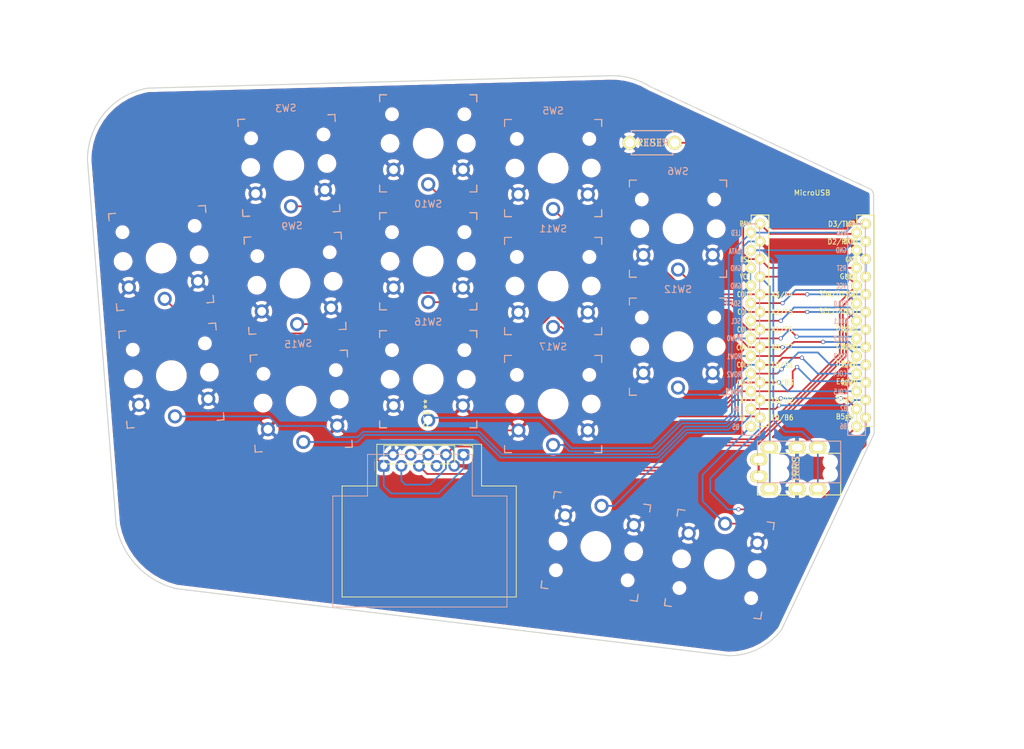
<source format=kicad_pcb>
(kicad_pcb (version 20171130) (host pcbnew 5.1.10)
  (title_block (title "Corne Light") (date 2018-12-26) (rev 2.1) (company foostan))
  (layers (0 F.Cu signal) (31 B.Cu signal) (34 B.Paste user hide) (35 F.Paste user) (36 B.SilkS user) (37 F.SilkS user) (38 B.Mask user) (39 F.Mask user) (44 Edge.Cuts user))
  (net 0 "")
  (net 1 row0)
  (net 2 row1)
  (net 3 row2)
  (net 4 row3)
  (net 5 "Net-(D20-Pad2)")
  (net 6 GND)
  (net 7 VCC)
  (net 8 col1)
  (net 9 col2)
  (net 10 col3)
  (net 11 col4)
  (net 12 col5)
  (net 13 LED)
  (net 14 data)
  (net 15 reset)
  (net 16 SCL)
  (net 17 SDA)
  (net 18 "Net-(U1-Pad14)")
  (net 19 "Net-(U1-Pad13)")
  (net 20 "Net-(U1-Pad12)")
  (net 21 "Net-(U1-Pad11)")
  (net 22 "Net-(J1-PadA)")
  (net 23 "Net-(U1-Pad24)")
  (module kbd:pimoroni_trackball_reversible (layer F.Cu) (at 85.09 69.85 270)
    (fp_text reference REF** (at -5.9 5.2 270) (layer F.SilkS))
    (fp_text value pimoroni_trackball hide)
    (pad 4 thru_hole oval (at 1.6 3.88 270) (size 1.7 1.7) (drill 1) (layers *.Cu *.Mask))
    (pad 5 thru_hole oval (at 1.6 1.34 270) (size 1.7 1.7) (drill 1) (layers *.Cu *.Mask) (net 6 GND))
    (pad 1 thru_hole roundrect (at 1.6 11.5 270) (size 1.7 1.7) (drill 1) (layers *.Cu *.Mask) (net 7 VCC))
    (pad 2 thru_hole oval (at 1.6 8.96 270) (size 1.7 1.7) (drill 1) (layers *.Cu *.Mask) (net 17 SDA))
    (pad 3 thru_hole oval (at 1.6 6.42 270) (size 1.7 1.7) (drill 1) (layers *.Cu *.Mask) (net 16 SCL))
    (pad 5 thru_hole oval (at 0 10.16 270) (size 1.7 1.7) (drill 1) (layers *.Cu *.Mask) (net 6 GND))
    (pad 4 thru_hole oval (at 0 7.62 270) (size 1.7 1.7) (drill 1) (layers *.Cu *.Mask))
    (pad 3 thru_hole oval (at 0 5.08 270) (size 1.7 1.7) (drill 1) (layers *.Cu *.Mask) (net 16 SCL))
    (pad 2 thru_hole oval (at 0 2.54 270) (size 1.7 1.7) (drill 1) (layers *.Cu *.Mask) (net 17 SDA))
    (pad 1 thru_hole roundrect (at 0 0 270) (size 1.7 1.7) (drill 1) (layers *.Cu *.Mask) (net 7 VCC))
  )
  (module kbd:ProMicro_v2 (layer F.Cu) (at 135.382 51.054)
    (fp_text reference U1 hide)
    (fp_text value ProMicro hide)
    (fp_text user MicroUSB (at -0.05 -18.95) (layer F.SilkS) (effects (font (size 0.75 0.75) (thickness 0.12))))
    (fp_text user B4/8 (at 4.705 10.8 unlocked) (layer F.SilkS) (effects (font (size 0.75 0.67) (thickness 0.125))))
    (fp_text user D2/RX1 (at 4.155 -11.9 unlocked) (layer F.SilkS) (effects (font (size 0.75 0.67) (thickness 0.125))))
    (fp_text user B5/9 (at 4.705 13.3 unlocked) (layer F.SilkS) (effects (font (size 0.75 0.67) (thickness 0.125))))
    (fp_text user C6/5 (at 4.705 3.15 unlocked) (layer F.SilkS) (effects (font (size 0.75 0.67) (thickness 0.125))))
    (fp_text user SCL/D0/3 (at 3.455 -1.9 unlocked) (layer F.SilkS) (effects (font (size 0.75 0.67) (thickness 0.125))))
    (fp_text user SDA/D1/2 (at 3.455 -4.4 unlocked) (layer F.SilkS) (effects (font (size 0.75 0.67) (thickness 0.125))))
    (fp_text user D4/4 (at 4.705 0.6 unlocked) (layer F.SilkS) (effects (font (size 0.75 0.67) (thickness 0.125))))
    (fp_text user D3/TX0 (at 4.155 -14.45 unlocked) (layer F.SilkS) (effects (font (size 0.75 0.67) (thickness 0.125))))
    (fp_text user D7/6 (at 4.705 5.7 unlocked) (layer F.SilkS) (effects (font (size 0.75 0.67) (thickness 0.125))))
    (fp_text user E6/7 (at 4.705 8.25 unlocked) (layer F.SilkS) (effects (font (size 0.75 0.67) (thickness 0.125))))
    (fp_text user 16/B2 (at -4.395 10.95 unlocked) (layer F.SilkS) (effects (font (size 0.75 0.67) (thickness 0.125))))
    (fp_text user 10/B6 (at -4.395 13.45 unlocked) (layer F.SilkS) (effects (font (size 0.75 0.67) (thickness 0.125))))
    (fp_text user 14/B3 (at -4.395 8.4 unlocked) (layer F.SilkS) (effects (font (size 0.75 0.67) (thickness 0.125))))
    (fp_text user 15/B1 (at -4.395 5.85 unlocked) (layer F.SilkS) (effects (font (size 0.75 0.67) (thickness 0.125))))
    (fp_text user A0/F7 (at -4.395 3.3 unlocked) (layer F.SilkS) (effects (font (size 0.75 0.67) (thickness 0.125))))
    (fp_text user A1/F6 (at -4.395 0.75 unlocked) (layer F.SilkS) (effects (font (size 0.75 0.67) (thickness 0.125))))
    (fp_text user A2/F5 (at -4.395 -1.75 unlocked) (layer F.SilkS) (effects (font (size 0.75 0.67) (thickness 0.125))))
    (fp_text user A3/F4 (at -4.395 -4.25 unlocked) (layer F.SilkS) (effects (font (size 0.75 0.67) (thickness 0.125))))
    (fp_text user "" (at -0.545 -17.4) (layer F.SilkS))
    (fp_text user "" (at -1.2065 -16.256) (layer B.SilkS) (effects (justify mirror)))
    (fp_text user RAW (at -9.7155 -14.478) (layer F.SilkS) (effects (font (size 0.75 0.5) (thickness 0.125))))
    (fp_text user LED (at 5.5 -14.478) (layer F.SilkS) (effects (font (size 0.75 0.5) (thickness 0.125))))
    (fp_text user GND (at 4.955 -6.9) (layer F.SilkS) (effects (font (size 0.75 0.67) (thickness 0.125))))
    (fp_text user DATA (at 5.35 -11.95) (layer F.SilkS) (effects (font (size 0.75 0.5) (thickness 0.125))))
    (fp_text user RST (at -9.7155 -9.3345) (layer F.SilkS) (effects (font (size 0.75 0.5) (thickness 0.125))))
    (fp_text user GND (at 5.5245 -9.3345) (layer F.SilkS) (effects (font (size 0.75 0.5) (thickness 0.125))))
    (fp_text user VCC (at -9.7155 -6.858) (layer F.SilkS) (effects (font (size 0.75 0.5) (thickness 0.125))))
    (fp_text user GND (at 5.461 -6.7945) (layer F.SilkS) (effects (font (size 0.75 0.5) (thickness 0.125))))
    (fp_text user COL3 (at -10 3.35) (layer F.SilkS) (effects (font (size 0.75 0.5) (thickness 0.125))))
    (fp_text user ROW0 (at 5.2 0.8) (layer F.SilkS) (effects (font (size 0.75 0.5) (thickness 0.125))))
    (fp_text user COL2 (at -9.9 0.762) (layer F.SilkS) (effects (font (size 0.75 0.5) (thickness 0.125))))
    (fp_text user SCL (at 5.461 -1.778) (layer F.SilkS) (effects (font (size 0.75 0.5) (thickness 0.125))))
    (fp_text user COL1 (at -9.85 -1.778) (layer F.SilkS) (effects (font (size 0.75 0.5) (thickness 0.125))))
    (fp_text user SDA (at 5.461 -4.318) (layer F.SilkS) (effects (font (size 0.75 0.5) (thickness 0.125))))
    (fp_text user COL0 (at -9.9 -4.3) (layer F.SilkS) (effects (font (size 0.75 0.5) (thickness 0.125))))
    (fp_text user B6 (at -10.05 13.5) (layer F.SilkS) (effects (font (size 0.75 0.5) (thickness 0.125))))
    (fp_text user B5 (at 5.2 13.5255) (layer F.SilkS) (effects (font (size 0.75 0.5) (thickness 0.125))))
    (fp_text user B4 (at 5.2 10.922) (layer F.SilkS) (effects (font (size 0.75 0.5) (thickness 0.125))))
    (fp_text user B2 (at -9.95 10.95) (layer F.SilkS) (effects (font (size 0.75 0.5) (thickness 0.125))))
    (fp_text user ROW3 (at 5.2 8.4455) (layer F.SilkS) (effects (font (size 0.75 0.5) (thickness 0.125))))
    (fp_text user COL5 (at -9.95 8.4455) (layer F.SilkS) (effects (font (size 0.75 0.5) (thickness 0.125))))
    (fp_text user ROW2 (at 5.2 5.85) (layer F.SilkS) (effects (font (size 0.75 0.5) (thickness 0.125))))
    (fp_text user COL4 (at -9.95 5.85) (layer F.SilkS) (effects (font (size 0.75 0.5) (thickness 0.125))))
    (fp_text user ROW1 (at 5.25 3.302) (layer F.SilkS) (effects (font (size 0.75 0.5) (thickness 0.125))))
    (fp_text user ROW1 (at -11.3 4.6355) (layer B.SilkS) (effects (font (size 0.75 0.5) (thickness 0.125)) (justify mirror)))
    (fp_text user COL4 (at 3.95 7.112) (layer B.SilkS) (effects (font (size 0.75 0.5) (thickness 0.125)) (justify mirror)))
    (fp_text user ROW2 (at -11.3 7.239) (layer B.SilkS) (effects (font (size 0.75 0.5) (thickness 0.125)) (justify mirror)))
    (fp_text user COL5 (at 4 9.75) (layer B.SilkS) (effects (font (size 0.75 0.5) (thickness 0.125)) (justify mirror)))
    (fp_text user ROW3 (at -11.3 9.75) (layer B.SilkS) (effects (font (size 0.75 0.5) (thickness 0.125)) (justify mirror)))
    (fp_text user B2 (at 4.5085 12.1285) (layer B.SilkS) (effects (font (size 0.75 0.5) (thickness 0.125)) (justify mirror)))
    (fp_text user B4 (at -11.049 12.2555) (layer B.SilkS) (effects (font (size 0.75 0.5) (thickness 0.125)) (justify mirror)))
    (fp_text user B5 (at -11.049 14.7955) (layer B.SilkS) (effects (font (size 0.75 0.5) (thickness 0.125)) (justify mirror)))
    (fp_text user B6 (at 4.445 14.732) (layer B.SilkS) (effects (font (size 0.75 0.5) (thickness 0.125)) (justify mirror)))
    (fp_text user COL0 (at 4 -2.95) (layer B.SilkS) (effects (font (size 0.75 0.5) (thickness 0.125)) (justify mirror)))
    (fp_text user SDA (at -11.049 -2.9845) (layer B.SilkS) (effects (font (size 0.75 0.5) (thickness 0.125)) (justify mirror)))
    (fp_text user COL1 (at 4 -0.4445) (layer B.SilkS) (effects (font (size 0.75 0.5) (thickness 0.125)) (justify mirror)))
    (fp_text user SCL (at -11.049 -0.4445) (layer B.SilkS) (effects (font (size 0.75 0.5) (thickness 0.125)) (justify mirror)))
    (fp_text user COL2 (at 4 2.1) (layer B.SilkS) (effects (font (size 0.75 0.5) (thickness 0.125)) (justify mirror)))
    (fp_text user ROW0 (at -11.3 2.032) (layer B.SilkS) (effects (font (size 0.75 0.5) (thickness 0.125)) (justify mirror)))
    (fp_text user COL3 (at 4 4.6) (layer B.SilkS) (effects (font (size 0.75 0.5) (thickness 0.125)) (justify mirror)))
    (fp_text user GND (at -11.049 -5.5245) (layer B.SilkS) (effects (font (size 0.75 0.5) (thickness 0.125)) (justify mirror)))
    (fp_text user VCC (at 4.1275 -5.5245) (layer B.SilkS) (effects (font (size 0.75 0.5) (thickness 0.125)) (justify mirror)))
    (fp_text user GND (at -11.049 -8.0645) (layer B.SilkS) (effects (font (size 0.75 0.5) (thickness 0.125)) (justify mirror)))
    (fp_text user RST (at 4.191 -8.0645) (layer B.SilkS) (effects (font (size 0.75 0.5) (thickness 0.125)) (justify mirror)))
    (fp_text user DATA (at -11.2 -10.5) (layer B.SilkS) (effects (font (size 0.75 0.5) (thickness 0.125)) (justify mirror)))
    (fp_text user GND (at 4.1275 -10.668) (layer B.SilkS) (effects (font (size 0.75 0.5) (thickness 0.125)) (justify mirror)))
    (fp_text user LED (at -11.049 -13.1445) (layer B.SilkS) (effects (font (size 0.75 0.5) (thickness 0.125)) (justify mirror)))
    (fp_text user RAW (at 4.191 -13.1445) (layer B.SilkS) (effects (font (size 0.75 0.5) (thickness 0.125)) (justify mirror)))
    (pad 24 thru_hole circle (at 6.35 -13.208) (size 1.524 1.524) (drill 0.8128) (layers *.Cu *.Mask F.SilkS) (net 23 "Net-(U1-Pad24)"))
    (pad 23 thru_hole circle (at 6.35 -10.668) (size 1.524 1.524) (drill 0.8128) (layers *.Cu *.Mask F.SilkS) (net 6 GND))
    (pad 22 thru_hole circle (at 6.35 -8.128) (size 1.524 1.524) (drill 0.8128) (layers *.Cu *.Mask F.SilkS) (net 15 reset))
    (pad 21 thru_hole circle (at 6.35 -5.588) (size 1.524 1.524) (drill 0.8128) (layers *.Cu *.Mask F.SilkS) (net 7 VCC))
    (pad 20 thru_hole circle (at 6.35 -3.048) (size 1.524 1.524) (drill 0.8128) (layers *.Cu *.Mask F.SilkS) (net 5 "Net-(D20-Pad2)"))
    (pad 19 thru_hole circle (at 6.35 -0.508) (size 1.524 1.524) (drill 0.8128) (layers *.Cu *.Mask F.SilkS) (net 8 col1))
    (pad 18 thru_hole circle (at 6.35 2.032) (size 1.524 1.524) (drill 0.8128) (layers *.Cu *.Mask F.SilkS) (net 9 col2))
    (pad 17 thru_hole circle (at 6.35 4.572) (size 1.524 1.524) (drill 0.8128) (layers *.Cu *.Mask F.SilkS) (net 10 col3))
    (pad 16 thru_hole circle (at 6.35 7.112) (size 1.524 1.524) (drill 0.8128) (layers *.Cu *.Mask F.SilkS) (net 11 col4))
    (pad 15 thru_hole circle (at 6.35 9.652) (size 1.524 1.524) (drill 0.8128) (layers *.Cu *.Mask F.SilkS) (net 12 col5))
    (pad 14 thru_hole circle (at 6.35 12.192) (size 1.524 1.524) (drill 0.8128) (layers *.Cu *.Mask F.SilkS) (net 18 "Net-(U1-Pad14)"))
    (pad 13 thru_hole circle (at 6.35 14.732) (size 1.524 1.524) (drill 0.8128) (layers *.Cu *.Mask F.SilkS) (net 19 "Net-(U1-Pad13)"))
    (pad 12 thru_hole circle (at -8.89 14.732) (size 1.524 1.524) (drill 0.8128) (layers *.Cu *.Mask F.SilkS) (net 20 "Net-(U1-Pad12)"))
    (pad 11 thru_hole circle (at -8.89 12.192) (size 1.524 1.524) (drill 0.8128) (layers *.Cu *.Mask F.SilkS) (net 21 "Net-(U1-Pad11)"))
    (pad 10 thru_hole circle (at -8.89 9.652) (size 1.524 1.524) (drill 0.8128) (layers *.Cu *.Mask F.SilkS) (net 4 row3))
    (pad 9 thru_hole circle (at -8.89 7.112) (size 1.524 1.524) (drill 0.8128) (layers *.Cu *.Mask F.SilkS) (net 3 row2))
    (pad 8 thru_hole circle (at -8.89 4.572) (size 1.524 1.524) (drill 0.8128) (layers *.Cu *.Mask F.SilkS) (net 2 row1))
    (pad 7 thru_hole circle (at -8.89 2.032) (size 1.524 1.524) (drill 0.8128) (layers *.Cu *.Mask F.SilkS) (net 1 row0))
    (pad 6 thru_hole circle (at -8.89 -0.508) (size 1.524 1.524) (drill 0.8128) (layers *.Cu *.Mask F.SilkS) (net 16 SCL))
    (pad 5 thru_hole circle (at -8.89 -3.048) (size 1.524 1.524) (drill 0.8128) (layers *.Cu *.Mask F.SilkS) (net 17 SDA))
    (pad 4 thru_hole circle (at -8.89 -5.588) (size 1.524 1.524) (drill 0.8128) (layers *.Cu *.Mask F.SilkS) (net 6 GND))
    (pad 3 thru_hole circle (at -8.89 -8.128) (size 1.524 1.524) (drill 0.8128) (layers *.Cu *.Mask F.SilkS) (net 6 GND))
    (pad 2 thru_hole circle (at -8.89 -10.668) (size 1.524 1.524) (drill 0.8128) (layers *.Cu *.Mask F.SilkS) (net 14 data))
    (pad 1 thru_hole circle (at -8.89 -13.208) (size 1.524 1.524) (drill 0.8128) (layers *.Cu *.Mask F.SilkS) (net 13 LED))
    (pad 1 thru_hole circle (at 7.6564 -14.478) (size 1.524 1.524) (drill 0.8128) (layers *.Cu *.Mask F.SilkS) (net 13 LED))
    (pad 2 thru_hole circle (at 7.6564 -11.938) (size 1.524 1.524) (drill 0.8128) (layers *.Cu *.Mask F.SilkS) (net 14 data))
    (pad 3 thru_hole circle (at 7.6564 -9.398) (size 1.524 1.524) (drill 0.8128) (layers *.Cu *.Mask F.SilkS) (net 6 GND))
    (pad 4 thru_hole circle (at 7.6564 -6.858) (size 1.524 1.524) (drill 0.8128) (layers *.Cu *.Mask F.SilkS) (net 6 GND))
    (pad 5 thru_hole circle (at 7.6564 -4.318) (size 1.524 1.524) (drill 0.8128) (layers *.Cu *.Mask F.SilkS) (net 17 SDA))
    (pad 6 thru_hole circle (at 7.6564 -1.778) (size 1.524 1.524) (drill 0.8128) (layers *.Cu *.Mask F.SilkS) (net 16 SCL))
    (pad 7 thru_hole circle (at 7.6564 0.762) (size 1.524 1.524) (drill 0.8128) (layers *.Cu *.Mask F.SilkS) (net 1 row0))
    (pad 8 thru_hole circle (at 7.6564 3.302) (size 1.524 1.524) (drill 0.8128) (layers *.Cu *.Mask F.SilkS) (net 2 row1))
    (pad 9 thru_hole circle (at 7.6564 5.842) (size 1.524 1.524) (drill 0.8128) (layers *.Cu *.Mask F.SilkS) (net 3 row2))
    (pad 10 thru_hole circle (at 7.6564 8.382) (size 1.524 1.524) (drill 0.8128) (layers *.Cu *.Mask F.SilkS) (net 4 row3))
    (pad 11 thru_hole circle (at 7.6564 10.922) (size 1.524 1.524) (drill 0.8128) (layers *.Cu *.Mask F.SilkS) (net 21 "Net-(U1-Pad11)"))
    (pad 12 thru_hole circle (at 7.6564 13.462) (size 1.524 1.524) (drill 0.8128) (layers *.Cu *.Mask F.SilkS) (net 20 "Net-(U1-Pad12)"))
    (pad 13 thru_hole circle (at -7.5636 13.462) (size 1.524 1.524) (drill 0.8128) (layers *.Cu *.Mask F.SilkS) (net 19 "Net-(U1-Pad13)"))
    (pad 14 thru_hole circle (at -7.5636 10.922) (size 1.524 1.524) (drill 0.8128) (layers *.Cu *.Mask F.SilkS) (net 18 "Net-(U1-Pad14)"))
    (pad 15 thru_hole circle (at -7.5636 8.382) (size 1.524 1.524) (drill 0.8128) (layers *.Cu *.Mask F.SilkS) (net 12 col5))
    (pad 16 thru_hole circle (at -7.5636 5.842) (size 1.524 1.524) (drill 0.8128) (layers *.Cu *.Mask F.SilkS) (net 11 col4))
    (pad 17 thru_hole circle (at -7.5636 3.302) (size 1.524 1.524) (drill 0.8128) (layers *.Cu *.Mask F.SilkS) (net 10 col3))
    (pad 18 thru_hole circle (at -7.5636 0.762) (size 1.524 1.524) (drill 0.8128) (layers *.Cu *.Mask F.SilkS) (net 9 col2))
    (pad 19 thru_hole circle (at -7.5636 -1.778) (size 1.524 1.524) (drill 0.8128) (layers *.Cu *.Mask F.SilkS) (net 8 col1))
    (pad 20 thru_hole circle (at -7.5636 -4.318) (size 1.524 1.524) (drill 0.8128) (layers *.Cu *.Mask F.SilkS) (net 5 "Net-(D20-Pad2)"))
    (pad 21 thru_hole circle (at -7.5636 -6.858) (size 1.524 1.524) (drill 0.8128) (layers *.Cu *.Mask F.SilkS) (net 7 VCC))
    (pad 22 thru_hole circle (at -7.5636 -9.398) (size 1.524 1.524) (drill 0.8128) (layers *.Cu *.Mask F.SilkS) (net 15 reset))
    (pad 23 thru_hole circle (at -7.5636 -11.938) (size 1.524 1.524) (drill 0.8128) (layers *.Cu *.Mask F.SilkS) (net 6 GND))
    (pad 24 thru_hole circle (at -7.5636 -14.478) (size 1.524 1.524) (drill 0.8128) (layers *.Cu *.Mask F.SilkS) (net 23 "Net-(U1-Pad24)"))
  )
  (module chocs:SW_PG1350_reversible_b2 (layer B.Cu) (at 104.154 83.0631 352)
    (fp_text reference SW20 hide)
    (fp_text value SW_PUSH hide)
    (pad "" np_thru_hole circle (at -5.5 0 352) (size 1.7018 1.7018) (drill 1.7018) (layers *.Cu *.Mask))
    (pad "" np_thru_hole circle (at 5.5 0 352) (size 1.7018 1.7018) (drill 1.7018) (layers *.Cu *.Mask))
    (pad "" np_thru_hole circle (at 5.22 4.2 352) (size 0.9906 0.9906) (drill 0.9906) (layers *.Cu *.Mask))
    (pad 1 thru_hole circle (at 0 -5.9 352) (size 2.032 2.032) (drill 1.27) (layers *.Cu *.Mask) (net 21 "Net-(U1-Pad11)"))
    (pad 2 thru_hole circle (at -5 -3.8 352) (size 2.032 2.032) (drill 1.27) (layers *.Cu *.Mask) (net 6 GND))
    (pad "" np_thru_hole circle (at 0 0 352) (size 3.429 3.429) (drill 3.429) (layers *.Cu *.Mask))
    (pad 2 thru_hole circle (at 5 -3.8 352) (size 2.032 2.032) (drill 1.27) (layers *.Cu *.Mask) (net 6 GND))
    (pad "" np_thru_hole circle (at -5.22 4.2 352) (size 0.9906 0.9906) (drill 0.9906) (layers *.Cu *.Mask))
  )
  (module chocs:SW_PG1350_reversible_b2 (layer B.Cu) (at 121.957 85.6256 352)
    (fp_text reference SW21 hide)
    (fp_text value SW_PUSH hide)
    (pad "" np_thru_hole circle (at -5.5 0 352) (size 1.7018 1.7018) (drill 1.7018) (layers *.Cu *.Mask))
    (pad "" np_thru_hole circle (at 5.5 0 352) (size 1.7018 1.7018) (drill 1.7018) (layers *.Cu *.Mask))
    (pad "" np_thru_hole circle (at 5.22 4.2 352) (size 0.9906 0.9906) (drill 0.9906) (layers *.Cu *.Mask))
    (pad 1 thru_hole circle (at 0 -5.9 352) (size 2.032 2.032) (drill 1.27) (layers *.Cu *.Mask) (net 20 "Net-(U1-Pad12)"))
    (pad 2 thru_hole circle (at -5 -3.8 352) (size 2.032 2.032) (drill 1.27) (layers *.Cu *.Mask) (net 6 GND))
    (pad "" np_thru_hole circle (at 0 0 352) (size 3.429 3.429) (drill 3.429) (layers *.Cu *.Mask))
    (pad 2 thru_hole circle (at 5 -3.8 352) (size 2.032 2.032) (drill 1.27) (layers *.Cu *.Mask) (net 6 GND))
    (pad "" np_thru_hole circle (at -5.22 4.2 352) (size 0.9906 0.9906) (drill 0.9906) (layers *.Cu *.Mask))
  )
  (module chocs:SW_PG1350_reversible_b2 (layer F.Cu) (at 98 62.545)
    (fp_text reference SW17 hide)
    (fp_text value SW_PUSH hide)
    (fp_text user %R (at 0 -8.255) (layer B.SilkS) (effects (justify mirror)))
    (pad "" np_thru_hole circle (at -5.22 -4.2) (size 0.9906 0.9906) (drill 0.9906) (layers *.Cu *.Mask))
    (pad 2 thru_hole circle (at 5 3.8) (size 2.032 2.032) (drill 1.27) (layers *.Cu *.Mask) (net 6 GND))
    (pad "" np_thru_hole circle (at 0 0) (size 3.429 3.429) (drill 3.429) (layers *.Cu *.Mask))
    (pad 2 thru_hole circle (at -5 3.8) (size 2.032 2.032) (drill 1.27) (layers *.Cu *.Mask) (net 6 GND))
    (pad 1 thru_hole circle (at 0 5.9) (size 2.032 2.032) (drill 1.27) (layers *.Cu *.Mask) (net 2 row1))
    (pad "" np_thru_hole circle (at 5.22 -4.2) (size 0.9906 0.9906) (drill 0.9906) (layers *.Cu *.Mask))
    (pad "" np_thru_hole circle (at 5.5 0) (size 1.7018 1.7018) (drill 1.7018) (layers *.Cu *.Mask))
    (pad "" np_thru_hole circle (at -5.5 0) (size 1.7018 1.7018) (drill 1.7018) (layers *.Cu *.Mask))
  )
  (module chocs:SW_PG1350_reversible_b2 (layer F.Cu) (at 80 58.97)
    (fp_text reference SW16 hide)
    (fp_text value SW_PUSH hide)
    (fp_text user %R (at 0 -8.255) (layer B.SilkS) (effects (justify mirror)))
    (pad "" np_thru_hole circle (at -5.22 -4.2) (size 0.9906 0.9906) (drill 0.9906) (layers *.Cu *.Mask))
    (pad 2 thru_hole circle (at 5 3.8) (size 2.032 2.032) (drill 1.27) (layers *.Cu *.Mask) (net 6 GND))
    (pad "" np_thru_hole circle (at 0 0) (size 3.429 3.429) (drill 3.429) (layers *.Cu *.Mask))
    (pad 2 thru_hole circle (at -5 3.8) (size 2.032 2.032) (drill 1.27) (layers *.Cu *.Mask) (net 6 GND))
    (pad 1 thru_hole circle (at 0 5.9) (size 2.032 2.032) (drill 1.27) (layers *.Cu *.Mask) (net 1 row0))
    (pad "" np_thru_hole circle (at 5.22 -4.2) (size 0.9906 0.9906) (drill 0.9906) (layers *.Cu *.Mask))
    (pad "" np_thru_hole circle (at 5.5 0) (size 1.7018 1.7018) (drill 1.7018) (layers *.Cu *.Mask))
    (pad "" np_thru_hole circle (at -5.5 0) (size 1.7018 1.7018) (drill 1.7018) (layers *.Cu *.Mask))
  )
  (module chocs:SW_PG1350_reversible_b2 (layer F.Cu) (at 61.6963 62.1218 3)
    (fp_text reference SW15 hide)
    (fp_text value SW_PUSH hide)
    (fp_text user %R (at 0 -8.255 3) (layer B.SilkS) (effects (justify mirror)))
    (pad "" np_thru_hole circle (at -5.22 -4.2 3) (size 0.9906 0.9906) (drill 0.9906) (layers *.Cu *.Mask))
    (pad 2 thru_hole circle (at 5 3.8 3) (size 2.032 2.032) (drill 1.27) (layers *.Cu *.Mask) (net 6 GND))
    (pad "" np_thru_hole circle (at 0 0 3) (size 3.429 3.429) (drill 3.429) (layers *.Cu *.Mask))
    (pad 2 thru_hole circle (at -5 3.8 3) (size 2.032 2.032) (drill 1.27) (layers *.Cu *.Mask) (net 6 GND))
    (pad 1 thru_hole circle (at 0 5.9 3) (size 2.032 2.032) (drill 1.27) (layers *.Cu *.Mask) (net 3 row2))
    (pad "" np_thru_hole circle (at 5.22 -4.2 3) (size 0.9906 0.9906) (drill 0.9906) (layers *.Cu *.Mask))
    (pad "" np_thru_hole circle (at 5.5 0 3) (size 1.7018 1.7018) (drill 1.7018) (layers *.Cu *.Mask))
    (pad "" np_thru_hole circle (at -5.5 0 3) (size 1.7018 1.7018) (drill 1.7018) (layers *.Cu *.Mask))
  )
  (module chocs:SW_PG1350_reversible_b2 (layer F.Cu) (at 116 54.27)
    (fp_text reference SW12 hide)
    (fp_text value SW_PUSH hide)
    (fp_text user %R (at 0 -8.255) (layer B.SilkS) (effects (justify mirror)))
    (pad "" np_thru_hole circle (at -5.22 -4.2) (size 0.9906 0.9906) (drill 0.9906) (layers *.Cu *.Mask))
    (pad 2 thru_hole circle (at 5 3.8) (size 2.032 2.032) (drill 1.27) (layers *.Cu *.Mask) (net 6 GND))
    (pad "" np_thru_hole circle (at 0 0) (size 3.429 3.429) (drill 3.429) (layers *.Cu *.Mask))
    (pad 2 thru_hole circle (at -5 3.8) (size 2.032 2.032) (drill 1.27) (layers *.Cu *.Mask) (net 6 GND))
    (pad 1 thru_hole circle (at 0 5.9) (size 2.032 2.032) (drill 1.27) (layers *.Cu *.Mask) (net 13 LED))
    (pad "" np_thru_hole circle (at 5.22 -4.2) (size 0.9906 0.9906) (drill 0.9906) (layers *.Cu *.Mask))
    (pad "" np_thru_hole circle (at 5.5 0) (size 1.7018 1.7018) (drill 1.7018) (layers *.Cu *.Mask))
    (pad "" np_thru_hole circle (at -5.5 0) (size 1.7018 1.7018) (drill 1.7018) (layers *.Cu *.Mask))
  )
  (module chocs:SW_PG1350_reversible_b2 (layer F.Cu) (at 98 45.54)
    (fp_text reference SW11 hide)
    (fp_text value SW_PUSH hide)
    (fp_text user %R (at 0 -8.255) (layer B.SilkS) (effects (justify mirror)))
    (pad "" np_thru_hole circle (at -5.22 -4.2) (size 0.9906 0.9906) (drill 0.9906) (layers *.Cu *.Mask))
    (pad 2 thru_hole circle (at 5 3.8) (size 2.032 2.032) (drill 1.27) (layers *.Cu *.Mask) (net 6 GND))
    (pad "" np_thru_hole circle (at 0 0) (size 3.429 3.429) (drill 3.429) (layers *.Cu *.Mask))
    (pad 2 thru_hole circle (at -5 3.8) (size 2.032 2.032) (drill 1.27) (layers *.Cu *.Mask) (net 6 GND))
    (pad 1 thru_hole circle (at 0 5.9) (size 2.032 2.032) (drill 1.27) (layers *.Cu *.Mask) (net 19 "Net-(U1-Pad13)"))
    (pad "" np_thru_hole circle (at 5.22 -4.2) (size 0.9906 0.9906) (drill 0.9906) (layers *.Cu *.Mask))
    (pad "" np_thru_hole circle (at 5.5 0) (size 1.7018 1.7018) (drill 1.7018) (layers *.Cu *.Mask))
    (pad "" np_thru_hole circle (at -5.5 0) (size 1.7018 1.7018) (drill 1.7018) (layers *.Cu *.Mask))
  )
  (module chocs:SW_PG1350_reversible_b2 (layer F.Cu) (at 80 41.97)
    (fp_text reference SW10 hide)
    (fp_text value SW_PUSH hide)
    (fp_text user %R (at 0 -8.255) (layer B.SilkS) (effects (justify mirror)))
    (pad "" np_thru_hole circle (at -5.22 -4.2) (size 0.9906 0.9906) (drill 0.9906) (layers *.Cu *.Mask))
    (pad 2 thru_hole circle (at 5 3.8) (size 2.032 2.032) (drill 1.27) (layers *.Cu *.Mask) (net 6 GND))
    (pad "" np_thru_hole circle (at 0 0) (size 3.429 3.429) (drill 3.429) (layers *.Cu *.Mask))
    (pad 2 thru_hole circle (at -5 3.8) (size 2.032 2.032) (drill 1.27) (layers *.Cu *.Mask) (net 6 GND))
    (pad 1 thru_hole circle (at 0 5.9) (size 2.032 2.032) (drill 1.27) (layers *.Cu *.Mask) (net 18 "Net-(U1-Pad14)"))
    (pad "" np_thru_hole circle (at 5.22 -4.2) (size 0.9906 0.9906) (drill 0.9906) (layers *.Cu *.Mask))
    (pad "" np_thru_hole circle (at 5.5 0) (size 1.7018 1.7018) (drill 1.7018) (layers *.Cu *.Mask))
    (pad "" np_thru_hole circle (at -5.5 0) (size 1.7018 1.7018) (drill 1.7018) (layers *.Cu *.Mask))
  )
  (module chocs:SW_PG1350_reversible_b2 (layer F.Cu) (at 60.8063 45.1401 3)
    (fp_text reference SW9 hide)
    (fp_text value SW_PUSH hide)
    (fp_text user %R (at 0 -8.255 3) (layer B.SilkS) (effects (justify mirror)))
    (pad "" np_thru_hole circle (at -5.22 -4.2 3) (size 0.9906 0.9906) (drill 0.9906) (layers *.Cu *.Mask))
    (pad 2 thru_hole circle (at 5 3.8 3) (size 2.032 2.032) (drill 1.27) (layers *.Cu *.Mask) (net 6 GND))
    (pad "" np_thru_hole circle (at 0 0 3) (size 3.429 3.429) (drill 3.429) (layers *.Cu *.Mask))
    (pad 2 thru_hole circle (at -5 3.8 3) (size 2.032 2.032) (drill 1.27) (layers *.Cu *.Mask) (net 6 GND))
    (pad 1 thru_hole circle (at 0 5.9 3) (size 2.032 2.032) (drill 1.27) (layers *.Cu *.Mask) (net 12 col5))
    (pad "" np_thru_hole circle (at 5.22 -4.2 3) (size 0.9906 0.9906) (drill 0.9906) (layers *.Cu *.Mask))
    (pad "" np_thru_hole circle (at 5.5 0 3) (size 1.7018 1.7018) (drill 1.7018) (layers *.Cu *.Mask))
    (pad "" np_thru_hole circle (at -5.5 0 3) (size 1.7018 1.7018) (drill 1.7018) (layers *.Cu *.Mask))
  )
  (module chocs:SW_PG1350_reversible_b2 (layer F.Cu) (at 42.9888 58.4445 5)
    (fp_text reference SW8 hide)
    (fp_text value SW_PUSH hide)
    (pad "" np_thru_hole circle (at -5.22 -4.2 5) (size 0.9906 0.9906) (drill 0.9906) (layers *.Cu *.Mask))
    (pad 2 thru_hole circle (at 5 3.8 5) (size 2.032 2.032) (drill 1.27) (layers *.Cu *.Mask) (net 6 GND))
    (pad "" np_thru_hole circle (at 0 0 5) (size 3.429 3.429) (drill 3.429) (layers *.Cu *.Mask))
    (pad 2 thru_hole circle (at -5 3.8 5) (size 2.032 2.032) (drill 1.27) (layers *.Cu *.Mask) (net 6 GND))
    (pad 1 thru_hole circle (at 0 5.9 5) (size 2.032 2.032) (drill 1.27) (layers *.Cu *.Mask) (net 11 col4))
    (pad "" np_thru_hole circle (at 5.22 -4.2 5) (size 0.9906 0.9906) (drill 0.9906) (layers *.Cu *.Mask))
    (pad "" np_thru_hole circle (at 5.5 0 5) (size 1.7018 1.7018) (drill 1.7018) (layers *.Cu *.Mask))
    (pad "" np_thru_hole circle (at -5.5 0 5) (size 1.7018 1.7018) (drill 1.7018) (layers *.Cu *.Mask))
  )
  (module chocs:SW_PG1350_reversible_b2 (layer F.Cu) (at 116 37.27)
    (fp_text reference SW6 hide)
    (fp_text value SW_PUSH hide)
    (fp_text user %R (at 0 -8.255) (layer B.SilkS) (effects (justify mirror)))
    (pad "" np_thru_hole circle (at -5.22 -4.2) (size 0.9906 0.9906) (drill 0.9906) (layers *.Cu *.Mask))
    (pad 2 thru_hole circle (at 5 3.8) (size 2.032 2.032) (drill 1.27) (layers *.Cu *.Mask) (net 6 GND))
    (pad "" np_thru_hole circle (at 0 0) (size 3.429 3.429) (drill 3.429) (layers *.Cu *.Mask))
    (pad 2 thru_hole circle (at -5 3.8) (size 2.032 2.032) (drill 1.27) (layers *.Cu *.Mask) (net 6 GND))
    (pad 1 thru_hole circle (at 0 5.9) (size 2.032 2.032) (drill 1.27) (layers *.Cu *.Mask) (net 5 "Net-(D20-Pad2)"))
    (pad "" np_thru_hole circle (at 5.22 -4.2) (size 0.9906 0.9906) (drill 0.9906) (layers *.Cu *.Mask))
    (pad "" np_thru_hole circle (at 5.5 0) (size 1.7018 1.7018) (drill 1.7018) (layers *.Cu *.Mask))
    (pad "" np_thru_hole circle (at -5.5 0) (size 1.7018 1.7018) (drill 1.7018) (layers *.Cu *.Mask))
  )
  (module chocs:SW_PG1350_reversible_b2 (layer F.Cu) (at 98 28.54)
    (fp_text reference SW5 hide)
    (fp_text value SW_PUSH hide)
    (fp_text user %R (at 0 -8.255) (layer B.SilkS) (effects (justify mirror)))
    (pad "" np_thru_hole circle (at -5.22 -4.2) (size 0.9906 0.9906) (drill 0.9906) (layers *.Cu *.Mask))
    (pad 2 thru_hole circle (at 5 3.8) (size 2.032 2.032) (drill 1.27) (layers *.Cu *.Mask) (net 6 GND))
    (pad "" np_thru_hole circle (at 0 0) (size 3.429 3.429) (drill 3.429) (layers *.Cu *.Mask))
    (pad 2 thru_hole circle (at -5 3.8) (size 2.032 2.032) (drill 1.27) (layers *.Cu *.Mask) (net 6 GND))
    (pad 1 thru_hole circle (at 0 5.9) (size 2.032 2.032) (drill 1.27) (layers *.Cu *.Mask) (net 8 col1))
    (pad "" np_thru_hole circle (at 5.22 -4.2) (size 0.9906 0.9906) (drill 0.9906) (layers *.Cu *.Mask))
    (pad "" np_thru_hole circle (at 5.5 0) (size 1.7018 1.7018) (drill 1.7018) (layers *.Cu *.Mask))
    (pad "" np_thru_hole circle (at -5.5 0) (size 1.7018 1.7018) (drill 1.7018) (layers *.Cu *.Mask))
  )
  (module chocs:SW_PG1350_reversible_b2 (layer F.Cu) (at 80 24.98)
    (fp_text reference SW4 hide)
    (fp_text value SW_PUSH hide)
    (pad "" np_thru_hole circle (at -5.22 -4.2) (size 0.9906 0.9906) (drill 0.9906) (layers *.Cu *.Mask))
    (pad 2 thru_hole circle (at 5 3.8) (size 2.032 2.032) (drill 1.27) (layers *.Cu *.Mask) (net 6 GND))
    (pad "" np_thru_hole circle (at 0 0) (size 3.429 3.429) (drill 3.429) (layers *.Cu *.Mask))
    (pad 2 thru_hole circle (at -5 3.8) (size 2.032 2.032) (drill 1.27) (layers *.Cu *.Mask) (net 6 GND))
    (pad 1 thru_hole circle (at 0 5.9) (size 2.032 2.032) (drill 1.27) (layers *.Cu *.Mask) (net 9 col2))
    (pad "" np_thru_hole circle (at 5.22 -4.2) (size 0.9906 0.9906) (drill 0.9906) (layers *.Cu *.Mask))
    (pad "" np_thru_hole circle (at 5.5 0) (size 1.7018 1.7018) (drill 1.7018) (layers *.Cu *.Mask))
    (pad "" np_thru_hole circle (at -5.5 0) (size 1.7018 1.7018) (drill 1.7018) (layers *.Cu *.Mask))
  )
  (module chocs:SW_PG1350_reversible_b2 (layer F.Cu) (at 41.5071 41.5092 5)
    (fp_text reference SW2 hide)
    (fp_text value SW_PUSH hide)
    (pad "" np_thru_hole circle (at -5.22 -4.2 5) (size 0.9906 0.9906) (drill 0.9906) (layers *.Cu *.Mask))
    (pad 2 thru_hole circle (at 5 3.8 5) (size 2.032 2.032) (drill 1.27) (layers *.Cu *.Mask) (net 6 GND))
    (pad "" np_thru_hole circle (at 0 0 5) (size 3.429 3.429) (drill 3.429) (layers *.Cu *.Mask))
    (pad 2 thru_hole circle (at -5 3.8 5) (size 2.032 2.032) (drill 1.27) (layers *.Cu *.Mask) (net 6 GND))
    (pad 1 thru_hole circle (at 0 5.9 5) (size 2.032 2.032) (drill 1.27) (layers *.Cu *.Mask) (net 4 row3))
    (pad "" np_thru_hole circle (at 5.22 -4.2 5) (size 0.9906 0.9906) (drill 0.9906) (layers *.Cu *.Mask))
    (pad "" np_thru_hole circle (at 5.5 0 5) (size 1.7018 1.7018) (drill 1.7018) (layers *.Cu *.Mask))
    (pad "" np_thru_hole circle (at -5.5 0 5) (size 1.7018 1.7018) (drill 1.7018) (layers *.Cu *.Mask))
  )
  (module chocs:SW_PG1350_reversible_b2 (layer F.Cu) (at 59.9166 28.1634 3)
    (fp_text reference SW3 hide)
    (fp_text value SW_PUSH hide)
    (fp_text user %R (at 0 -8.255 3) (layer B.SilkS) (effects (justify mirror)))
    (pad "" np_thru_hole circle (at -5.22 -4.2 3) (size 0.9906 0.9906) (drill 0.9906) (layers *.Cu *.Mask))
    (pad 2 thru_hole circle (at 5 3.8 3) (size 2.032 2.032) (drill 1.27) (layers *.Cu *.Mask) (net 6 GND))
    (pad "" np_thru_hole circle (at 0 0 3) (size 3.429 3.429) (drill 3.429) (layers *.Cu *.Mask))
    (pad 2 thru_hole circle (at -5 3.8 3) (size 2.032 2.032) (drill 1.27) (layers *.Cu *.Mask) (net 6 GND))
    (pad 1 thru_hole circle (at 0 5.9 3) (size 2.032 2.032) (drill 1.27) (layers *.Cu *.Mask) (net 10 col3))
    (pad "" np_thru_hole circle (at 5.22 -4.2 3) (size 0.9906 0.9906) (drill 0.9906) (layers *.Cu *.Mask))
    (pad "" np_thru_hole circle (at 5.5 0 3) (size 1.7018 1.7018) (drill 1.7018) (layers *.Cu *.Mask))
    (pad "" np_thru_hole circle (at -5.5 0 3) (size 1.7018 1.7018) (drill 1.7018) (layers *.Cu *.Mask))
  )
  (module foostan:ResetSW (layer F.Cu) (at 112.268 24.892)
    (fp_text reference RSW1 hide)
    (fp_text value Val**)
    (fp_text user RESET (at 0 0) (layer F.SilkS))
    (fp_text user RESET (at 0.127 0) (layer B.SilkS) (effects (justify mirror)))
    (pad 2 thru_hole circle (at -3.25 0) (size 2 2) (drill 1.3) (layers *.Cu *.Mask F.SilkS) (net 6 GND))
    (pad 1 thru_hole circle (at 3.25 0) (size 2 2) (drill 1.3) (layers *.Cu *.Mask F.SilkS) (net 15 reset))
  )
  (module kbd:MJ-4PP-9 (layer F.Cu) (at 139.446 72.644 270)
    (fp_text reference J1)
    (fp_text value MJ-4PP-9 hide)
    (fp_text user TRRS (at -0.75 6.45 270) (layer F.SilkS))
    (fp_text user TRRS (at -0.8255 6.4135 90) (layer B.SilkS) (effects (justify mirror)))
    (pad A thru_hole oval (at -2.1 11.8 270) (size 1.7 2.5) (drill oval 1 1.5) (layers *.Cu *.Mask F.SilkS) (net 22 "Net-(J1-PadA)") (clearance 0.15))
    (pad D thru_hole oval (at 2.1 10.3 270) (size 1.7 2.5) (drill oval 1 1.5) (layers *.Cu *.Mask F.SilkS) (net 7 VCC) (clearance 0.15))
    (pad C thru_hole oval (at 2.1 6.3 270) (size 1.7 2.5) (drill oval 1 1.5) (layers *.Cu *.Mask F.SilkS) (net 6 GND))
    (pad B thru_hole oval (at 2.1 3.3 270) (size 1.7 2.5) (drill oval 1 1.5) (layers *.Cu *.Mask F.SilkS) (net 14 data))
    (pad "" np_thru_hole circle (at 0 8.5 270) (size 1.2 1.2) (drill 1.2) (layers *.Cu *.Mask F.SilkS))
    (pad "" np_thru_hole circle (at 0 1.5 270) (size 1.2 1.2) (drill 1.2) (layers *.Cu *.Mask F.SilkS))
    (pad C thru_hole oval (at -3.85 6.3 270) (size 1.7 2.5) (drill oval 1 1.5) (layers *.Cu *.Mask F.SilkS) (net 6 GND))
    (pad B thru_hole oval (at -3.85 3.3 270) (size 1.7 2.5) (drill oval 1 1.5) (layers *.Cu *.Mask F.SilkS) (net 14 data))
    (pad A thru_hole oval (at 0.35 11.8 270) (size 1.7 2.5) (drill oval 1 1.5) (layers *.Cu *.Mask F.SilkS) (net 22 "Net-(J1-PadA)") (clearance 0.15))
    (pad D thru_hole oval (at -3.85 10.3 270) (size 1.7 2.5) (drill oval 1 1.5) (layers *.Cu *.Mask F.SilkS) (net 7 VCC) (clearance 0.15))
    (pad "" np_thru_hole circle (at -1.75 1.5 270) (size 1.2 1.2) (drill 1.2) (layers *.Cu *.Mask F.SilkS))
    (pad "" np_thru_hole circle (at -1.75 8.5 270) (size 1.2 1.2) (drill 1.2) (layers *.Cu *.Mask F.SilkS))
  )
  (gr_arc (start 106.481902 25.672124) (end 112.016555 16.811266) (angle -35.08372569) (layer Edge.Cuts) (width 0.15))
  (gr_line (start 105.918 15.24) (end 39.624 17.018) (angle 90) (layer Edge.Cuts) (width 0.15))
  (gr_line (start 143.816302 31.614407) (end 112.016555 16.811266) (angle 90) (layer Edge.Cuts) (width 0.15))
  (gr_line (start 130.914271 95.075525) (end 144.272 66.802) (angle 90) (layer Edge.Cuts) (width 0.15))
  (gr_arc (start 123.37387 89.324596) (end 123.19 98.806) (angle -53.77885923) (layer Edge.Cuts) (width 0.15))
  (gr_arc (start 46.444644 77.876818) (end 35.014644 79.908818) (angle -66.18313605) (layer Edge.Cuts) (width 0.15))
  (gr_arc (start 142.917844 32.512) (end 144.187844 32.512) (angle -44.97237784) (layer Edge.Cuts) (width 0.15))
  (gr_line (start 43.688 89.154) (end 123.19 98.806) (angle 90) (layer Edge.Cuts) (width 0.15))
  (gr_arc (start 41.362772 27.33783) (end 39.624 17.018) (angle -80.73005106) (layer Edge.Cuts) (width 0.15))
  (gr_line (start 30.897623 27.391512) (end 35.014644 79.908818) (angle 90) (layer Edge.Cuts) (width 0.15))
  (gr_line (start 144.272 66.802) (end 144.187844 32.512) (angle 90) (layer Edge.Cuts) (width 0.15))
  (segment (start 80 64.87) (end 80.164 64.87) (width 0.25) (layer F.Cu) (net 1))
  (segment (start 126.492 53.086) (end 130.81 53.086) (width 0.25) (layer F.Cu) (net 1))
  (segment (start 130.81 53.086) (end 130.81 53.086) (width 0.25) (layer F.Cu) (net 1))
  (via (at 130.81 53.086) (size 0.6) (drill 0.4) (layers F.Cu B.Cu) (net 1))
  (segment (start 132.08 51.816) (end 143.0384 51.816) (width 0.25) (layer B.Cu) (net 1))
  (segment (start 130.81 53.086) (end 132.08 51.816) (width 0.25) (layer B.Cu) (net 1))
  (segment (start 80.354 64.516) (end 80 64.87) (width 0.25) (layer B.Cu) (net 1))
  (segment (start 100.635981 68.885981) (end 96.266 64.516) (width 0.25) (layer B.Cu) (net 1))
  (segment (start 112.341609 68.885981) (end 100.635981 68.885981) (width 0.25) (layer B.Cu) (net 1))
  (segment (start 116.35759 64.87) (end 112.341609 68.885981) (width 0.25) (layer B.Cu) (net 1))
  (segment (start 122.70759 64.87) (end 116.35759 64.87) (width 0.25) (layer B.Cu) (net 1))
  (segment (start 123.760795 63.816795) (end 122.70759 64.87) (width 0.25) (layer B.Cu) (net 1))
  (segment (start 96.266 64.516) (end 80.354 64.516) (width 0.25) (layer B.Cu) (net 1))
  (segment (start 123.760795 53.785205) (end 123.760795 63.816795) (width 0.25) (layer B.Cu) (net 1))
  (segment (start 124.46 53.086) (end 123.760795 53.785205) (width 0.25) (layer B.Cu) (net 1))
  (segment (start 126.492 53.086) (end 124.46 53.086) (width 0.25) (layer B.Cu) (net 1))
  (segment (start 124.718805 55.626) (end 126.492 55.626) (width 0.25) (layer B.Cu) (net 2))
  (segment (start 124.210805 56.134) (end 124.718805 55.626) (width 0.25) (layer B.Cu) (net 2))
  (segment (start 124.210805 64.003195) (end 124.210805 56.134) (width 0.25) (layer B.Cu) (net 2))
  (segment (start 116.54399 65.32001) (end 122.89399 65.32001) (width 0.25) (layer B.Cu) (net 2))
  (segment (start 122.89399 65.32001) (end 124.210805 64.003195) (width 0.25) (layer B.Cu) (net 2))
  (segment (start 112.528009 69.335991) (end 116.54399 65.32001) (width 0.25) (layer B.Cu) (net 2))
  (segment (start 99.43684 68.445) (end 100.327831 69.335991) (width 0.25) (layer B.Cu) (net 2))
  (segment (start 100.327831 69.335991) (end 112.528009 69.335991) (width 0.25) (layer B.Cu) (net 2))
  (segment (start 98 68.445) (end 99.43684 68.445) (width 0.25) (layer B.Cu) (net 2))
  (segment (start 130.68159 55.626) (end 132.71359 53.594) (width 0.25) (layer F.Cu) (net 2))
  (segment (start 126.492 55.626) (end 130.68159 55.626) (width 0.25) (layer F.Cu) (net 2))
  (segment (start 132.71359 53.594) (end 136.906 53.594) (width 0.25) (layer F.Cu) (net 2))
  (segment (start 136.906 53.594) (end 136.906 53.594) (width 0.25) (layer F.Cu) (net 2))
  (via (at 136.906 53.594) (size 0.6) (drill 0.4) (layers F.Cu B.Cu) (net 2))
  (segment (start 141.406999 54.356) (end 143.0384 54.356) (width 0.25) (layer B.Cu) (net 2))
  (segment (start 140.644999 53.594) (end 141.406999 54.356) (width 0.25) (layer B.Cu) (net 2))
  (segment (start 136.906 53.594) (end 140.644999 53.594) (width 0.25) (layer B.Cu) (net 2))
  (segment (start 69.782696 68.013714) (end 62.005082 68.013714) (width 0.25) (layer B.Cu) (net 3))
  (segment (start 87.1896 66.99801) (end 70.7984 66.99801) (width 0.25) (layer B.Cu) (net 3))
  (segment (start 70.7984 66.99801) (end 69.782696 68.013714) (width 0.25) (layer B.Cu) (net 3))
  (segment (start 113.154809 70.236011) (end 90.4276 70.23601) (width 0.25) (layer B.Cu) (net 3))
  (segment (start 117.15481 66.23601) (end 113.154809 70.236011) (width 0.25) (layer B.Cu) (net 3))
  (segment (start 123.25081 66.23601) (end 117.15481 66.23601) (width 0.25) (layer B.Cu) (net 3))
  (segment (start 90.4276 70.23601) (end 87.1896 66.99801) (width 0.25) (layer B.Cu) (net 3))
  (segment (start 125.222 64.26482) (end 123.25081 66.23601) (width 0.25) (layer B.Cu) (net 3))
  (segment (start 125.222 59.436) (end 125.222 64.26482) (width 0.25) (layer B.Cu) (net 3))
  (segment (start 126.492 58.166) (end 125.222 59.436) (width 0.25) (layer B.Cu) (net 3))
  (segment (start 143.0384 56.896) (end 137.922 56.896) (width 0.25) (layer B.Cu) (net 3))
  (segment (start 137.922 56.896) (end 136.280999 55.254999) (width 0.25) (layer B.Cu) (net 3))
  (segment (start 136.280999 55.254999) (end 136.144 55.118) (width 0.25) (layer B.Cu) (net 3))
  (segment (start 136.144 55.118) (end 133.35 55.118) (width 0.25) (layer B.Cu) (net 3))
  (segment (start 133.35 55.118) (end 130.937 57.531) (width 0.25) (layer B.Cu) (net 3))
  (segment (start 130.302 58.166) (end 130.048 58.166) (width 0.25) (layer F.Cu) (net 3))
  (segment (start 130.937 57.531) (end 130.302 58.166) (width 0.25) (layer F.Cu) (net 3))
  (segment (start 126.492 58.166) (end 130.048 58.166) (width 0.25) (layer F.Cu) (net 3))
  (segment (start 47.007585 52.373015) (end 42.021319 47.386749) (width 0.25) (layer F.Cu) (net 4))
  (segment (start 77.802591 46.528999) (end 71.958575 52.373015) (width 0.25) (layer F.Cu) (net 4))
  (segment (start 126.492 60.706) (end 124.83959 60.706) (width 0.25) (layer F.Cu) (net 4))
  (segment (start 82.106205 47.433795) (end 82.106205 46.894203) (width 0.25) (layer F.Cu) (net 4))
  (segment (start 122.112609 63.432981) (end 111.265801 63.432981) (width 0.25) (layer F.Cu) (net 4))
  (segment (start 124.83959 60.706) (end 122.112609 63.432981) (width 0.25) (layer F.Cu) (net 4))
  (segment (start 98.372742 49.19165) (end 97.62035 49.19165) (width 0.25) (layer F.Cu) (net 4))
  (segment (start 111.265801 63.432981) (end 106.62201 58.78919) (width 0.25) (layer F.Cu) (net 4))
  (segment (start 71.958575 52.373015) (end 47.007585 52.373015) (width 0.25) (layer F.Cu) (net 4))
  (segment (start 106.62201 58.78919) (end 106.62201 57.440918) (width 0.25) (layer F.Cu) (net 4))
  (segment (start 106.62201 57.440918) (end 98.372742 49.19165) (width 0.25) (layer F.Cu) (net 4))
  (segment (start 94.996 51.816) (end 86.48841 51.816) (width 0.25) (layer F.Cu) (net 4))
  (segment (start 97.62035 49.19165) (end 94.996 51.816) (width 0.25) (layer F.Cu) (net 4))
  (segment (start 86.48841 51.816) (end 82.106205 47.433795) (width 0.25) (layer F.Cu) (net 4))
  (segment (start 82.106205 46.894203) (end 81.741001 46.528999) (width 0.25) (layer F.Cu) (net 4))
  (segment (start 81.741001 46.528999) (end 77.802591 46.528999) (width 0.25) (layer F.Cu) (net 4))
  (segment (start 133.160205 57.214205) (end 133.22441 57.15) (width 0.25) (layer F.Cu) (net 4))
  (via (at 133.160205 57.214205) (size 0.6) (drill 0.4) (layers F.Cu B.Cu) (net 4))
  (segment (start 142.855401 59.253001) (end 143.0384 59.436) (width 0.25) (layer B.Cu) (net 4))
  (segment (start 135.199001 59.253001) (end 142.855401 59.253001) (width 0.25) (layer B.Cu) (net 4))
  (segment (start 133.160205 57.214205) (end 135.199001 59.253001) (width 0.25) (layer B.Cu) (net 4))
  (segment (start 132.525205 60.006795) (end 132.525205 57.849205) (width 0.25) (layer F.Cu) (net 4))
  (segment (start 131.826 60.706) (end 132.525205 60.006795) (width 0.25) (layer F.Cu) (net 4))
  (segment (start 132.525205 57.849205) (end 133.160205 57.214205) (width 0.25) (layer F.Cu) (net 4))
  (segment (start 126.492 60.706) (end 131.826 60.706) (width 0.25) (layer F.Cu) (net 4))
  (segment (start 119.566 46.736) (end 116 43.17) (width 0.25) (layer F.Cu) (net 5))
  (segment (start 127.8184 46.736) (end 119.566 46.736) (width 0.25) (layer F.Cu) (net 5))
  (segment (start 127.8184 46.736) (end 131.064 46.736) (width 0.25) (layer F.Cu) (net 5))
  (segment (start 131.064 46.736) (end 131.064 46.736) (width 0.25) (layer F.Cu) (net 5))
  (via (at 134.62 46.736) (size 0.6) (drill 0.4) (layers F.Cu B.Cu) (net 5))
  (segment (start 140.462 46.736) (end 141.732 48.006) (width 0.25) (layer B.Cu) (net 5))
  (segment (start 134.62 46.736) (end 131.064 46.736) (width 0.25) (layer F.Cu) (net 5))
  (segment (start 140.462 46.736) (end 134.62 46.736) (width 0.25) (layer B.Cu) (net 5))
  (segment (start 88.575 66.345) (end 85 62.77) (width 0.25) (layer F.Cu) (net 6))
  (segment (start 93 66.345) (end 88.575 66.345) (width 0.25) (layer F.Cu) (net 6))
  (segment (start 72.41499 70.714334) (end 72.41499 73.8134) (width 0.25) (layer B.Cu) (net 6))
  (segment (start 73.279324 69.85) (end 72.41499 70.714334) (width 0.25) (layer B.Cu) (net 6))
  (segment (start 74.93 69.85) (end 73.279324 69.85) (width 0.25) (layer B.Cu) (net 6))
  (segment (start 64.537157 73.8134) (end 56.902029 66.178272) (width 0.25) (layer B.Cu) (net 6))
  (segment (start 72.41499 73.8134) (end 64.537157 73.8134) (width 0.25) (layer B.Cu) (net 6))
  (segment (start 83.75 69.272) (end 82.55 68.072) (width 0.25) (layer B.Cu) (net 6))
  (segment (start 83.75 71.45) (end 83.75 69.272) (width 0.25) (layer B.Cu) (net 6))
  (segment (start 76.708 68.072) (end 74.93 69.85) (width 0.25) (layer B.Cu) (net 6))
  (segment (start 82.55 68.072) (end 76.708 68.072) (width 0.25) (layer B.Cu) (net 6))
  (segment (start 133.146 68.794) (end 133.146 74.744) (width 0.25) (layer B.Cu) (net 6))
  (segment (start 125.404999 41.838999) (end 126.492 42.926) (width 0.25) (layer B.Cu) (net 6))
  (segment (start 125.404999 39.864239) (end 125.404999 41.838999) (width 0.25) (layer B.Cu) (net 6))
  (segment (start 126.153238 39.116) (end 125.404999 39.864239) (width 0.25) (layer B.Cu) (net 6))
  (segment (start 127.8184 39.116) (end 126.153238 39.116) (width 0.25) (layer B.Cu) (net 6))
  (segment (start 126.492 42.926) (end 126.492 45.466) (width 0.25) (layer B.Cu) (net 6))
  (segment (start 143.0384 41.656) (end 143.0384 44.196) (width 0.25) (layer B.Cu) (net 6))
  (segment (start 143.002 41.656) (end 141.732 40.386) (width 0.25) (layer B.Cu) (net 6))
  (segment (start 143.0384 41.656) (end 143.002 41.656) (width 0.25) (layer B.Cu) (net 6))
  (segment (start 129.22101 74.66899) (end 129.146 74.744) (width 0.25) (layer B.Cu) (net 7))
  (segment (start 129.22101 68.86901) (end 129.22101 74.66899) (width 0.25) (layer B.Cu) (net 7))
  (segment (start 129.146 68.794) (end 129.22101 68.86901) (width 0.25) (layer B.Cu) (net 7))
  (segment (start 85.09 71.849002) (end 81.501002 75.438) (width 0.25) (layer B.Cu) (net 7))
  (segment (start 85.09 69.85) (end 85.09 71.849002) (width 0.25) (layer B.Cu) (net 7))
  (segment (start 81.501002 75.438) (end 74.676 75.438) (width 0.25) (layer B.Cu) (net 7))
  (segment (start 73.59 74.352) (end 73.59 71.45) (width 0.25) (layer B.Cu) (net 7))
  (segment (start 74.676 75.438) (end 73.59 74.352) (width 0.25) (layer B.Cu) (net 7))
  (segment (start 128.905401 65.659401) (end 128.778401 65.786401) (width 0.25) (layer F.Cu) (net 7))
  (segment (start 140.462 44.196) (end 141.732 45.466) (width 0.25) (layer F.Cu) (net 7))
  (segment (start 127.8184 44.196) (end 140.462 44.196) (width 0.25) (layer F.Cu) (net 7))
  (segment (start 131.572401 62.992401) (end 128.778401 65.786401) (width 0.25) (layer F.Cu) (net 7))
  (segment (start 139.267317 55.297485) (end 131.572401 62.992401) (width 0.25) (layer F.Cu) (net 7))
  (segment (start 139.30798 55.297485) (end 139.267317 55.297485) (width 0.25) (layer F.Cu) (net 7))
  (segment (start 139.30798 47.89002) (end 139.30798 55.297485) (width 0.25) (layer F.Cu) (net 7))
  (segment (start 141.732 45.466) (end 139.30798 47.89002) (width 0.25) (layer F.Cu) (net 7))
  (segment (start 129.22101 68.71899) (end 129.146 68.794) (width 0.25) (layer B.Cu) (net 7))
  (segment (start 129.22101 45.59861) (end 129.22101 68.71899) (width 0.25) (layer B.Cu) (net 7))
  (segment (start 127.8184 44.196) (end 129.22101 45.59861) (width 0.25) (layer B.Cu) (net 7))
  (segment (start 126.981904 67.623561) (end 127.508 67.097465) (width 0.25) (layer F.Cu) (net 7))
  (segment (start 119.954029 67.623561) (end 126.981904 67.623561) (width 0.25) (layer F.Cu) (net 7))
  (segment (start 127.508 67.056802) (end 128.778401 65.786401) (width 0.25) (layer F.Cu) (net 7))
  (segment (start 115.8916 71.68599) (end 119.954029 67.623561) (width 0.25) (layer F.Cu) (net 7))
  (segment (start 89.8484 71.68599) (end 115.8916 71.68599) (width 0.25) (layer F.Cu) (net 7))
  (segment (start 127.508 67.097465) (end 127.508 67.056802) (width 0.25) (layer F.Cu) (net 7))
  (segment (start 86.38739 68.22498) (end 89.8484 71.68599) (width 0.25) (layer F.Cu) (net 7))
  (segment (start 73.25302 68.22498) (end 86.38739 68.22498) (width 0.25) (layer F.Cu) (net 7))
  (segment (start 71.882 69.596) (end 73.25302 68.22498) (width 0.25) (layer F.Cu) (net 7))
  (segment (start 71.882 69.742) (end 71.882 69.596) (width 0.25) (layer F.Cu) (net 7))
  (segment (start 73.59 71.45) (end 71.882 69.742) (width 0.25) (layer F.Cu) (net 7))
  (segment (start 118.089318 47.244) (end 123.952 47.244) (width 0.25) (layer F.Cu) (net 8))
  (segment (start 125.984 49.276) (end 127.8184 49.276) (width 0.25) (layer F.Cu) (net 8))
  (segment (start 113.895807 43.050489) (end 118.089318 47.244) (width 0.25) (layer F.Cu) (net 8))
  (segment (start 108.456899 43.050489) (end 113.895807 43.050489) (width 0.25) (layer F.Cu) (net 8))
  (segment (start 123.952 47.244) (end 125.984 49.276) (width 0.25) (layer F.Cu) (net 8))
  (segment (start 107.628401 42.221991) (end 108.456899 43.050489) (width 0.25) (layer F.Cu) (net 8))
  (segment (start 105.78199 42.22199) (end 107.628401 42.221991) (width 0.25) (layer F.Cu) (net 8))
  (segment (start 98 34.44) (end 105.78199 42.22199) (width 0.25) (layer F.Cu) (net 8))
  (segment (start 127.8184 49.276) (end 131.318 49.276) (width 0.25) (layer F.Cu) (net 8))
  (segment (start 131.318 49.276) (end 131.318 49.276) (width 0.25) (layer F.Cu) (net 8))
  (via (at 134.62 49.276) (size 0.6) (drill 0.4) (layers F.Cu B.Cu) (net 8))
  (segment (start 140.462 49.276) (end 141.732 50.546) (width 0.25) (layer B.Cu) (net 8))
  (segment (start 140.462 49.276) (end 134.62 49.276) (width 0.25) (layer B.Cu) (net 8))
  (segment (start 131.318 49.276) (end 134.62 49.276) (width 0.25) (layer F.Cu) (net 8))
  (segment (start 130.937 57.531) (end 130.302 58.166) (width 0.25) (layer B.Cu) (net 3))
  (via (at 130.937 57.531) (size 0.6) (drill 0.4) (layers F.Cu B.Cu) (net 3))
  (via (at 133.096 52.832) (size 0.6) (drill 0.4) (layers F.Cu B.Cu) (net 9))
  (segment (start 141.478 52.832) (end 141.732 53.086) (width 0.25) (layer B.Cu) (net 9))
  (segment (start 133.096 52.832) (end 141.478 52.832) (width 0.25) (layer B.Cu) (net 9))
  (segment (start 132.08 51.816) (end 133.096 52.832) (width 0.25) (layer F.Cu) (net 9))
  (segment (start 127.8184 51.816) (end 132.08 51.816) (width 0.25) (layer F.Cu) (net 9))
  (segment (start 123.82359 47.752) (end 125.179619 49.108029) (width 0.25) (layer F.Cu) (net 9))
  (segment (start 113.709407 43.500499) (end 117.960908 47.752) (width 0.25) (layer F.Cu) (net 9))
  (segment (start 107.442 42.672) (end 108.270499 43.500499) (width 0.25) (layer F.Cu) (net 9))
  (segment (start 89.916 40.894) (end 91.694 42.672) (width 0.25) (layer F.Cu) (net 9))
  (segment (start 126.153238 51.816) (end 127.8184 51.816) (width 0.25) (layer F.Cu) (net 9))
  (segment (start 117.960908 47.752) (end 123.82359 47.752) (width 0.25) (layer F.Cu) (net 9))
  (segment (start 108.270499 43.500499) (end 113.709407 43.500499) (width 0.25) (layer F.Cu) (net 9))
  (segment (start 89.916 40.796) (end 89.916 40.894) (width 0.25) (layer F.Cu) (net 9))
  (segment (start 125.179619 50.842381) (end 126.153238 51.816) (width 0.25) (layer F.Cu) (net 9))
  (segment (start 125.179619 49.108029) (end 125.179619 50.842381) (width 0.25) (layer F.Cu) (net 9))
  (segment (start 91.694 42.672) (end 107.442 42.672) (width 0.25) (layer F.Cu) (net 9))
  (segment (start 80 30.88) (end 89.916 40.796) (width 0.25) (layer F.Cu) (net 9))
  (segment (start 127.8184 54.356) (end 131.064 54.356) (width 0.25) (layer F.Cu) (net 10))
  (segment (start 131.064 54.356) (end 131.064 54.356) (width 0.25) (layer F.Cu) (net 10))
  (via (at 131.064 54.356) (size 0.6) (drill 0.4) (layers F.Cu B.Cu) (net 10))
  (segment (start 140.462 54.356) (end 141.732 55.626) (width 0.25) (layer B.Cu) (net 10))
  (segment (start 131.064 54.356) (end 140.462 54.356) (width 0.25) (layer B.Cu) (net 10))
  (segment (start 126.153238 54.356) (end 127.8184 54.356) (width 0.25) (layer F.Cu) (net 10))
  (segment (start 124.729609 52.932371) (end 126.153238 54.356) (width 0.25) (layer F.Cu) (net 10))
  (segment (start 60.225382 34.055314) (end 67.329314 34.055314) (width 0.25) (layer F.Cu) (net 10))
  (segment (start 67.329314 34.055314) (end 72.644 39.37) (width 0.25) (layer F.Cu) (net 10))
  (segment (start 108.084099 43.950509) (end 113.523007 43.950509) (width 0.25) (layer F.Cu) (net 10))
  (segment (start 87.85359 39.37) (end 89.46599 40.9824) (width 0.25) (layer F.Cu) (net 10))
  (segment (start 72.644 39.37) (end 87.85359 39.37) (width 0.25) (layer F.Cu) (net 10))
  (segment (start 107.377795 43.244205) (end 108.084099 43.950509) (width 0.25) (layer F.Cu) (net 10))
  (segment (start 89.46599 40.9824) (end 89.465991 41.080401) (width 0.25) (layer F.Cu) (net 10))
  (segment (start 123.63719 48.20201) (end 124.729609 49.294429) (width 0.25) (layer F.Cu) (net 10))
  (segment (start 124.729609 49.294429) (end 124.729609 52.932371) (width 0.25) (layer F.Cu) (net 10))
  (segment (start 91.629795 43.244205) (end 107.377795 43.244205) (width 0.25) (layer F.Cu) (net 10))
  (segment (start 89.465991 41.080401) (end 91.629795 43.244205) (width 0.25) (layer F.Cu) (net 10))
  (segment (start 113.523007 43.950509) (end 117.774508 48.20201) (width 0.25) (layer F.Cu) (net 10))
  (segment (start 117.774508 48.20201) (end 123.63719 48.20201) (width 0.25) (layer F.Cu) (net 10))
  (segment (start 124.660815 58.388423) (end 126.153238 56.896) (width 0.25) (layer B.Cu) (net 11))
  (segment (start 124.660815 64.189595) (end 124.660815 58.388423) (width 0.25) (layer B.Cu) (net 11))
  (segment (start 122.69798 65.77002) (end 123.080391 65.770019) (width 0.25) (layer B.Cu) (net 11))
  (segment (start 43.503019 64.322049) (end 57.030488 64.322049) (width 0.25) (layer B.Cu) (net 11))
  (segment (start 57.030488 64.322049) (end 58.24303 65.534591) (width 0.25) (layer B.Cu) (net 11))
  (segment (start 58.24303 65.70897) (end 64.9577 65.70897) (width 0.25) (layer B.Cu) (net 11))
  (segment (start 64.9577 65.70897) (end 66.553365 67.304635) (width 0.25) (layer B.Cu) (net 11))
  (segment (start 66.553365 67.304635) (end 69.855365 67.304635) (width 0.25) (layer B.Cu) (net 11))
  (segment (start 69.855365 67.304635) (end 70.612 66.548) (width 0.25) (layer B.Cu) (net 11))
  (segment (start 87.376 66.548) (end 90.614001 69.786001) (width 0.25) (layer B.Cu) (net 11))
  (segment (start 58.24303 65.534591) (end 58.24303 65.70897) (width 0.25) (layer B.Cu) (net 11))
  (segment (start 90.614001 69.786001) (end 112.968409 69.786001) (width 0.25) (layer B.Cu) (net 11))
  (segment (start 122.682 65.786) (end 122.69798 65.77002) (width 0.25) (layer B.Cu) (net 11))
  (segment (start 123.080391 65.770019) (end 124.660815 64.189595) (width 0.25) (layer B.Cu) (net 11))
  (segment (start 112.968409 69.786001) (end 116.96841 65.786) (width 0.25) (layer B.Cu) (net 11))
  (segment (start 126.153238 56.896) (end 127.8184 56.896) (width 0.25) (layer B.Cu) (net 11))
  (segment (start 70.612 66.548) (end 87.376 66.548) (width 0.25) (layer B.Cu) (net 11))
  (segment (start 116.96841 65.786) (end 122.682 65.786) (width 0.25) (layer B.Cu) (net 11))
  (segment (start 141.732 58.166) (end 136.144 58.166) (width 0.25) (layer B.Cu) (net 11))
  (segment (start 136.144 58.166) (end 133.858 55.88) (width 0.25) (layer B.Cu) (net 11))
  (segment (start 133.858 55.88) (end 133.858 55.88) (width 0.25) (layer B.Cu) (net 11))
  (via (at 133.858 55.88) (size 0.6) (drill 0.4) (layers F.Cu B.Cu) (net 11))
  (segment (start 131.064 55.88) (end 130.048 56.896) (width 0.25) (layer F.Cu) (net 11))
  (segment (start 133.858 55.88) (end 131.064 55.88) (width 0.25) (layer F.Cu) (net 11))
  (segment (start 127.8184 56.896) (end 130.048 56.896) (width 0.25) (layer F.Cu) (net 11))
  (segment (start 126.746 59.436) (end 127.8184 59.436) (width 0.25) (layer F.Cu) (net 12))
  (segment (start 126.10959 59.436) (end 126.746 59.436) (width 0.25) (layer F.Cu) (net 12))
  (segment (start 121.926209 62.982971) (end 125.47318 59.436) (width 0.25) (layer F.Cu) (net 12))
  (segment (start 61.115082 51.032014) (end 72.663166 51.032014) (width 0.25) (layer F.Cu) (net 12))
  (segment (start 81.927402 46.07899) (end 82.556215 46.707803) (width 0.25) (layer F.Cu) (net 12))
  (segment (start 72.663166 51.032014) (end 77.61619 46.07899) (width 0.25) (layer F.Cu) (net 12))
  (segment (start 82.556215 46.707803) (end 82.556215 47.247395) (width 0.25) (layer F.Cu) (net 12))
  (segment (start 77.61619 46.07899) (end 81.927402 46.07899) (width 0.25) (layer F.Cu) (net 12))
  (segment (start 86.67481 51.36599) (end 94.8096 51.36599) (width 0.25) (layer F.Cu) (net 12))
  (segment (start 94.8096 51.36599) (end 97.43395 48.74164) (width 0.25) (layer F.Cu) (net 12))
  (segment (start 111.452201 62.982971) (end 121.926209 62.982971) (width 0.25) (layer F.Cu) (net 12))
  (segment (start 97.43395 48.74164) (end 98.559143 48.741641) (width 0.25) (layer F.Cu) (net 12))
  (segment (start 125.47318 59.436) (end 126.746 59.436) (width 0.25) (layer F.Cu) (net 12))
  (segment (start 98.559143 48.741641) (end 107.07202 57.254518) (width 0.25) (layer F.Cu) (net 12))
  (segment (start 82.556215 47.247395) (end 86.67481 51.36599) (width 0.25) (layer F.Cu) (net 12))
  (segment (start 107.07202 58.60279) (end 111.452201 62.982971) (width 0.25) (layer F.Cu) (net 12))
  (segment (start 107.07202 57.254518) (end 107.07202 58.60279) (width 0.25) (layer F.Cu) (net 12))
  (segment (start 127.8184 59.436) (end 130.302 59.436) (width 0.25) (layer F.Cu) (net 12))
  (segment (start 130.302 59.436) (end 130.556 59.436) (width 0.25) (layer F.Cu) (net 12))
  (segment (start 130.556 59.436) (end 130.556 59.436) (width 0.25) (layer F.Cu) (net 12))
  (via (at 130.556 59.436) (size 0.6) (drill 0.4) (layers F.Cu B.Cu) (net 12))
  (segment (start 131.826 60.706) (end 141.732 60.706) (width 0.25) (layer B.Cu) (net 12))
  (segment (start 130.556 59.436) (end 131.826 60.706) (width 0.25) (layer B.Cu) (net 12))
  (segment (start 123.310785 41.027215) (end 126.492 37.846) (width 0.25) (layer B.Cu) (net 13))
  (segment (start 123.310785 60.17) (end 123.310785 41.027215) (width 0.25) (layer B.Cu) (net 13))
  (segment (start 122.294786 61.185999) (end 123.310785 60.17) (width 0.25) (layer B.Cu) (net 13))
  (segment (start 117.015999 61.185999) (end 122.294786 61.185999) (width 0.25) (layer B.Cu) (net 13))
  (segment (start 116 60.17) (end 117.015999 61.185999) (width 0.25) (layer B.Cu) (net 13))
  (segment (start 141.393238 36.576) (end 143.0384 36.576) (width 0.25) (layer B.Cu) (net 13))
  (segment (start 140.123238 37.846) (end 141.393238 36.576) (width 0.25) (layer B.Cu) (net 13))
  (segment (start 126.492 37.846) (end 140.123238 37.846) (width 0.25) (layer B.Cu) (net 13))
  (segment (start 129.73601 41.964848) (end 129.73601 64.843562) (width 0.25) (layer B.Cu) (net 14))
  (segment (start 128.157162 40.386) (end 129.73601 41.964848) (width 0.25) (layer B.Cu) (net 14))
  (segment (start 126.492 40.386) (end 128.157162 40.386) (width 0.25) (layer B.Cu) (net 14))
  (segment (start 129.73601 64.843562) (end 131.440448 66.548) (width 0.25) (layer B.Cu) (net 14))
  (segment (start 133.9 66.548) (end 136.146 68.794) (width 0.25) (layer B.Cu) (net 14))
  (segment (start 131.440448 66.548) (end 133.9 66.548) (width 0.25) (layer B.Cu) (net 14))
  (segment (start 136.146 68.794) (end 136.146 74.744) (width 0.25) (layer B.Cu) (net 14))
  (segment (start 141.393238 39.116) (end 143.0384 39.116) (width 0.25) (layer B.Cu) (net 14))
  (segment (start 140.123238 40.386) (end 141.393238 39.116) (width 0.25) (layer B.Cu) (net 14))
  (segment (start 126.492 40.386) (end 140.123238 40.386) (width 0.25) (layer B.Cu) (net 14))
  (segment (start 129.0884 42.926) (end 127.8184 41.656) (width 0.25) (layer F.Cu) (net 15))
  (segment (start 141.732 42.926) (end 129.0884 42.926) (width 0.25) (layer F.Cu) (net 15))
  (segment (start 115.518 24.892) (end 118.618 24.892) (width 0.25) (layer F.Cu) (net 15))
  (segment (start 126.153238 41.656) (end 127.8184 41.656) (width 0.25) (layer F.Cu) (net 15))
  (segment (start 125.404999 40.907761) (end 126.153238 41.656) (width 0.25) (layer F.Cu) (net 15))
  (segment (start 125.404999 31.678999) (end 125.404999 40.907761) (width 0.25) (layer F.Cu) (net 15))
  (segment (start 118.618 24.892) (end 125.404999 31.678999) (width 0.25) (layer F.Cu) (net 15))
  (segment (start 78.67 71.19) (end 80.01 69.85) (width 0.25) (layer B.Cu) (net 16))
  (segment (start 78.67 71.45) (end 78.67 71.19) (width 0.25) (layer B.Cu) (net 16))
  (segment (start 126.492 50.546) (end 130.81 50.546) (width 0.25) (layer F.Cu) (net 16))
  (segment (start 130.81 50.546) (end 130.81 50.546) (width 0.25) (layer F.Cu) (net 16))
  (via (at 130.81 50.546) (size 0.6) (drill 0.4) (layers F.Cu B.Cu) (net 16))
  (segment (start 79.845001 72.625001) (end 78.67 71.45) (width 0.25) (layer F.Cu) (net 16))
  (segment (start 116.135991 72.586009) (end 116.096999 72.625001) (width 0.25) (layer F.Cu) (net 16))
  (segment (start 116.264401 72.586009) (end 116.135991 72.586009) (width 0.25) (layer F.Cu) (net 16))
  (segment (start 121.214419 68.523581) (end 121.158 68.58) (width 0.25) (layer F.Cu) (net 16))
  (segment (start 140.208 55.670285) (end 127.354704 68.523581) (width 0.25) (layer F.Cu) (net 16))
  (segment (start 116.096999 72.625001) (end 79.845001 72.625001) (width 0.25) (layer F.Cu) (net 16))
  (segment (start 120.27041 68.58) (end 116.264401 72.586009) (width 0.25) (layer F.Cu) (net 16))
  (segment (start 121.158 68.58) (end 120.27041 68.58) (width 0.25) (layer F.Cu) (net 16))
  (segment (start 140.208 50.461238) (end 140.208 55.670285) (width 0.25) (layer F.Cu) (net 16))
  (segment (start 127.354704 68.523581) (end 121.214419 68.523581) (width 0.25) (layer F.Cu) (net 16))
  (segment (start 141.393238 49.276) (end 140.208 50.461238) (width 0.25) (layer F.Cu) (net 16))
  (segment (start 143.0384 49.276) (end 141.393238 49.276) (width 0.25) (layer F.Cu) (net 16))
  (segment (start 141.393238 49.276) (end 143.0384 49.276) (width 0.25) (layer B.Cu) (net 16))
  (segment (start 140.748239 48.631001) (end 141.393238 49.276) (width 0.25) (layer B.Cu) (net 16))
  (segment (start 132.724999 48.631001) (end 140.748239 48.631001) (width 0.25) (layer B.Cu) (net 16))
  (segment (start 130.81 50.546) (end 132.724999 48.631001) (width 0.25) (layer B.Cu) (net 16))
  (segment (start 82.55 71.849002) (end 80.231002 74.168) (width 0.25) (layer B.Cu) (net 17))
  (segment (start 82.55 69.85) (end 82.55 71.849002) (width 0.25) (layer B.Cu) (net 17))
  (segment (start 80.231002 74.168) (end 76.708 74.168) (width 0.25) (layer B.Cu) (net 17))
  (segment (start 76.13 73.59) (end 76.13 71.45) (width 0.25) (layer B.Cu) (net 17))
  (segment (start 76.708 74.168) (end 76.13 73.59) (width 0.25) (layer B.Cu) (net 17))
  (segment (start 126.492 48.006) (end 131.064 48.006) (width 0.25) (layer F.Cu) (net 17))
  (segment (start 131.064 48.006) (end 131.064 48.006) (width 0.25) (layer F.Cu) (net 17))
  (via (at 131.064 48.006) (size 0.6) (drill 0.4) (layers F.Cu B.Cu) (net 17))
  (segment (start 83.72501 68.67499) (end 82.55 69.85) (width 0.25) (layer F.Cu) (net 17))
  (segment (start 89.662 72.136) (end 86.20099 68.67499) (width 0.25) (layer F.Cu) (net 17))
  (segment (start 116.078 72.136) (end 89.662 72.136) (width 0.25) (layer F.Cu) (net 17))
  (segment (start 120.140429 68.073571) (end 116.078 72.136) (width 0.25) (layer F.Cu) (net 17))
  (segment (start 86.20099 68.67499) (end 83.72501 68.67499) (width 0.25) (layer F.Cu) (net 17))
  (segment (start 139.75799 55.483885) (end 127.168304 68.073571) (width 0.25) (layer F.Cu) (net 17))
  (segment (start 139.75799 48.371248) (end 139.75799 55.483885) (width 0.25) (layer F.Cu) (net 17))
  (segment (start 127.168304 68.073571) (end 120.140429 68.073571) (width 0.25) (layer F.Cu) (net 17))
  (segment (start 141.393238 46.736) (end 139.75799 48.371248) (width 0.25) (layer F.Cu) (net 17))
  (segment (start 143.0384 46.736) (end 141.393238 46.736) (width 0.25) (layer F.Cu) (net 17))
  (segment (start 141.09841 46.736) (end 143.0384 46.736) (width 0.25) (layer B.Cu) (net 17))
  (segment (start 132.959001 46.110999) (end 140.473409 46.110999) (width 0.25) (layer B.Cu) (net 17))
  (segment (start 140.473409 46.110999) (end 141.09841 46.736) (width 0.25) (layer B.Cu) (net 17))
  (segment (start 131.064 48.006) (end 132.959001 46.110999) (width 0.25) (layer B.Cu) (net 17))
  (segment (start 124.206 61.976) (end 127.8184 61.976) (width 0.25) (layer F.Cu) (net 18))
  (segment (start 122.299009 63.882991) (end 124.206 61.976) (width 0.25) (layer F.Cu) (net 18))
  (segment (start 111.079401 63.882991) (end 122.299009 63.882991) (width 0.25) (layer F.Cu) (net 18))
  (segment (start 106.172 57.627318) (end 106.172 58.97559) (width 0.25) (layer F.Cu) (net 18))
  (segment (start 106.172 58.97559) (end 111.079401 63.882991) (width 0.25) (layer F.Cu) (net 18))
  (segment (start 98.186341 49.641659) (end 106.172 57.627318) (width 0.25) (layer F.Cu) (net 18))
  (segment (start 97.813659 49.641659) (end 98.186341 49.641659) (width 0.25) (layer F.Cu) (net 18))
  (segment (start 95.131318 52.324) (end 97.813659 49.641659) (width 0.25) (layer F.Cu) (net 18))
  (segment (start 86.36 52.324) (end 95.131318 52.324) (width 0.25) (layer F.Cu) (net 18))
  (segment (start 81.906 47.87) (end 86.36 52.324) (width 0.25) (layer F.Cu) (net 18))
  (segment (start 80 47.87) (end 81.906 47.87) (width 0.25) (layer F.Cu) (net 18))
  (segment (start 127.8184 61.976) (end 130.302 61.976) (width 0.25) (layer F.Cu) (net 18))
  (segment (start 130.302 61.976) (end 130.556 61.976) (width 0.25) (layer F.Cu) (net 18))
  (segment (start 130.556 61.976) (end 130.81 61.722) (width 0.25) (layer F.Cu) (net 18))
  (segment (start 130.81 61.722) (end 130.81 61.722) (width 0.25) (layer F.Cu) (net 18))
  (via (at 130.81 61.722) (size 0.6) (drill 0.4) (layers F.Cu B.Cu) (net 18))
  (segment (start 130.81 61.722) (end 139.446 61.722) (width 0.25) (layer B.Cu) (net 18))
  (segment (start 139.446 61.722) (end 139.446 61.722) (width 0.25) (layer B.Cu) (net 18))
  (via (at 139.446 61.722) (size 0.6) (drill 0.4) (layers F.Cu B.Cu) (net 18))
  (segment (start 140.208 61.722) (end 141.732 63.246) (width 0.25) (layer F.Cu) (net 18))
  (segment (start 139.446 61.722) (end 140.208 61.722) (width 0.25) (layer F.Cu) (net 18))
  (segment (start 105.72199 59.16199) (end 110.893001 64.333001) (width 0.25) (layer F.Cu) (net 19))
  (segment (start 105.72199 57.813718) (end 105.72199 59.16199) (width 0.25) (layer F.Cu) (net 19))
  (segment (start 127.635401 64.333001) (end 127.8184 64.516) (width 0.25) (layer F.Cu) (net 19))
  (segment (start 100.232272 52.324) (end 105.72199 57.813718) (width 0.25) (layer F.Cu) (net 19))
  (segment (start 100.076 52.324) (end 100.232272 52.324) (width 0.25) (layer F.Cu) (net 19))
  (segment (start 99.192 51.44) (end 100.076 52.324) (width 0.25) (layer F.Cu) (net 19))
  (segment (start 98 51.44) (end 99.192 51.44) (width 0.25) (layer F.Cu) (net 19))
  (segment (start 110.893001 64.333001) (end 120.832999 64.333001) (width 0.25) (layer F.Cu) (net 19))
  (segment (start 120.832999 64.333001) (end 127.635401 64.333001) (width 0.25) (layer F.Cu) (net 19))
  (segment (start 141.732 65.786) (end 141.095009 66.422991) (width 0.25) (layer F.Cu) (net 19))
  (segment (start 127.8184 66.068362) (end 120.65 73.236762) (width 0.25) (layer B.Cu) (net 19))
  (segment (start 127.8184 64.516) (end 127.8184 66.068362) (width 0.25) (layer B.Cu) (net 19))
  (segment (start 120.65 73.236762) (end 120.65 75.184) (width 0.25) (layer B.Cu) (net 19))
  (segment (start 120.65 75.184) (end 123.19 77.724) (width 0.25) (layer B.Cu) (net 19))
  (segment (start 139.954 72.997714) (end 135.227715 77.724) (width 0.25) (layer F.Cu) (net 19))
  (segment (start 135.227715 77.724) (end 124.714 77.724) (width 0.25) (layer F.Cu) (net 19))
  (segment (start 139.954 67.564) (end 139.954 72.997714) (width 0.25) (layer F.Cu) (net 19))
  (segment (start 141.732 65.786) (end 139.954 67.564) (width 0.25) (layer F.Cu) (net 19))
  (segment (start 124.714 77.724) (end 124.714 77.724) (width 0.25) (layer F.Cu) (net 19))
  (via (at 124.714 77.724) (size 0.6) (drill 0.4) (layers F.Cu B.Cu) (net 19))
  (segment (start 123.19 77.724) (end 124.714 77.724) (width 0.25) (layer B.Cu) (net 19))
  (segment (start 119.541552 72.736448) (end 119.541552 76.546448) (width 0.25) (layer B.Cu) (net 20))
  (segment (start 126.492 65.786) (end 119.541552 72.736448) (width 0.25) (layer B.Cu) (net 20))
  (segment (start 119.541552 76.546448) (end 122.778121 79.783018) (width 0.25) (layer B.Cu) (net 20))
  (segment (start 140.404009 73.184115) (end 133.805106 79.783018) (width 0.25) (layer F.Cu) (net 20))
  (segment (start 133.805106 79.783018) (end 132.869018 79.783018) (width 0.25) (layer F.Cu) (net 20))
  (segment (start 140.40401 71.111065) (end 140.404009 73.184115) (width 0.25) (layer F.Cu) (net 20))
  (segment (start 143.0384 68.476675) (end 140.40401 71.111065) (width 0.25) (layer F.Cu) (net 20))
  (segment (start 143.0384 64.516) (end 143.0384 68.476675) (width 0.25) (layer F.Cu) (net 20))
  (segment (start 132.869018 79.783018) (end 133.168698 79.783018) (width 0.25) (layer F.Cu) (net 20))
  (segment (start 122.778121 79.783018) (end 132.869018 79.783018) (width 0.25) (layer F.Cu) (net 20))
  (segment (start 126.492 64.177238) (end 123.983218 66.68602) (width 0.25) (layer B.Cu) (net 21))
  (segment (start 126.492 63.246) (end 126.492 64.177238) (width 0.25) (layer B.Cu) (net 21))
  (segment (start 106.806712 77.220518) (end 104.975121 77.220518) (width 0.25) (layer B.Cu) (net 21))
  (segment (start 117.34121 66.68602) (end 106.806712 77.220518) (width 0.25) (layer B.Cu) (net 21))
  (segment (start 126.492 63.246) (end 130.048 63.246) (width 0.25) (layer F.Cu) (net 21))
  (segment (start 130.048 63.246) (end 130.302 62.992) (width 0.25) (layer F.Cu) (net 21))
  (segment (start 130.302 62.992) (end 130.556 62.738) (width 0.25) (layer F.Cu) (net 21))
  (segment (start 130.556 62.738) (end 130.556 62.738) (width 0.25) (layer F.Cu) (net 21))
  (via (at 130.556 62.738) (size 0.6) (drill 0.4) (layers F.Cu B.Cu) (net 21))
  (segment (start 141.406999 61.976) (end 143.0384 61.976) (width 0.25) (layer B.Cu) (net 21))
  (segment (start 140.644999 62.738) (end 141.406999 61.976) (width 0.25) (layer B.Cu) (net 21))
  (segment (start 139.954 62.738) (end 140.644999 62.738) (width 0.25) (layer B.Cu) (net 21))
  (segment (start 130.556 62.738) (end 134.112 62.738) (width 0.25) (layer B.Cu) (net 21))
  (segment (start 134.112 62.738) (end 139.954 62.738) (width 0.25) (layer B.Cu) (net 21))
  (segment (start 123.983218 66.68602) (end 120.02602 66.68602) (width 0.25) (layer B.Cu) (net 21))
  (segment (start 120.02602 66.68602) (end 117.34121 66.68602) (width 0.25) (layer B.Cu) (net 21))
  (segment (start 127.646 70.544) (end 127.646 72.994) (width 0.25) (layer F.Cu) (net 22))
  (segment (start 141.549001 38.028999) (end 141.732 37.846) (width 0.25) (layer F.Cu) (net 23))
  (segment (start 129.271399 38.028999) (end 141.549001 38.028999) (width 0.25) (layer F.Cu) (net 23))
  (segment (start 127.8184 36.576) (end 129.271399 38.028999) (width 0.25) (layer F.Cu) (net 23))
  (zone (net 6) (net_name GND) (layer F.Cu) (connect_pads (clearance 0.508)) (min_thickness 0.254) (fill yes (arc_segments 32) (thermal_gap 0.508) (thermal_bridge_width 0.508))
    (polygon (pts (xy 155.448 14.478) (xy 159.004 60.452) (xy 140.716 112.268) (xy 22.606 101.346) (xy 18.288 6.858) (xy 110.49 5.08)))
  )
  (zone (net 6) (net_name GND) (layer B.Cu) (connect_pads (clearance 0.508)) (min_thickness 0.254) (fill yes (arc_segments 32) (thermal_gap 0.508) (thermal_bridge_width 0.508))
    (polygon (pts (xy 165.862 38.1) (xy 130.048 104.648) (xy 26.416 100.838) (xy 22.606 11.938) (xy 122.174 4.318)))
  )
)
</source>
